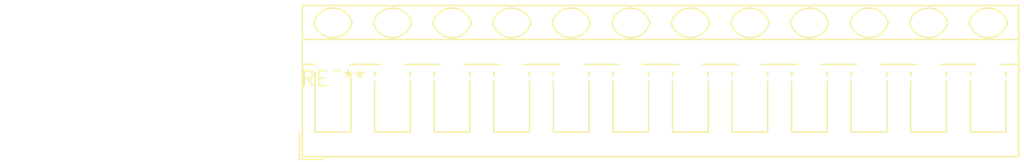
<source format=kicad_pcb>
(kicad_pcb (version 20240108) (generator pcbnew)
  (layers (0 "F.Cu" signal) (31 "B.Cu" signal) (34 "B.Paste" user) (35 "F.Paste" user) (36 "B.SilkS" user "B.Silkscreen") (37 "F.SilkS" user "F.Silkscreen") (38 "B.Mask" user) (39 "F.Mask" user) (44 "Edge.Cuts" user))
  (net 0 "")
  (footprint "TerminalBlock_RND_205-00066_1x12_P5.00mm_45Degree" (layer "F.Cu") (at 0 0)
    (property "Reference" "REF**")
    (property "Value" "TerminalBlock_RND_205-00066_1x12_P5.00mm_45Degree")
    (fp_line (start -2.8 4.56) (end -2.8 6.8) (layer "F.SilkS") (stroke (width 0.12)))
    (fp_line (start -2.8 6.8) (end -0.8 6.8) (layer "F.SilkS") (stroke (width 0.12)))
    (fp_line (start -2.56 -6.16) (end -2.56 6.56) (layer "F.SilkS") (stroke (width 0.12)))
    (fp_line (start -2.56 -6.16) (end 57.56 -6.16) (layer "F.SilkS") (stroke (width 0.12)))
    (fp_line (start -2.56 -3.301) (end 57.56 -3.301) (layer "F.SilkS") (stroke (width 0.12)))
    (fp_line (start -2.56 -1.201) (end -1.49 -1.201) (layer "F.SilkS") (stroke (width 0.12)))
    (fp_line (start -2.56 6.56) (end 57.56 6.56) (layer "F.SilkS") (stroke (width 0.12)))
    (fp_line (start -1.5 -0.5) (end -1.5 4.5) (layer "F.SilkS") (stroke (width 0.12)))
    (fp_line (start -1.5 -0.5) (end -1.49 -0.5) (layer "F.SilkS") (stroke (width 0.12)))
    (fp_line (start -1.5 4.5) (end 1.5 4.5) (layer "F.SilkS") (stroke (width 0.12)))
    (fp_line (start 1.49 -1.201) (end 4 -1.201) (layer "F.SilkS") (stroke (width 0.12)))
    (fp_line (start 1.49 -0.5) (end 1.5 -0.5) (layer "F.SilkS") (stroke (width 0.12)))
    (fp_line (start 1.5 -0.5) (end 1.5 4.5) (layer "F.SilkS") (stroke (width 0.12)))
    (fp_line (start 3.5 -0.5) (end 3.5 -0.202) (layer "F.SilkS") (stroke (width 0.12)))
    (fp_line (start 3.5 -0.5) (end 3.57 -0.5) (layer "F.SilkS") (stroke (width 0.12)))
    (fp_line (start 3.5 0.202) (end 3.5 4.5) (layer "F.SilkS") (stroke (width 0.12)))
    (fp_line (start 3.5 4.5) (end 6.5 4.5) (layer "F.SilkS") (stroke (width 0.12)))
    (fp_line (start 6.001 -1.201) (end 9 -1.201) (layer "F.SilkS") (stroke (width 0.12)))
    (fp_line (start 6.431 -0.5) (end 6.5 -0.5) (layer "F.SilkS") (stroke (width 0.12)))
    (fp_line (start 6.5 -0.5) (end 6.5 -0.202) (layer "F.SilkS") (stroke (width 0.12)))
    (fp_line (start 6.5 0.202) (end 6.5 4.5) (layer "F.SilkS") (stroke (width 0.12)))
    (fp_line (start 8.5 -0.5) (end 8.5 -0.202) (layer "F.SilkS") (stroke (width 0.12)))
    (fp_line (start 8.5 -0.5) (end 8.57 -0.5) (layer "F.SilkS") (stroke (width 0.12)))
    (fp_line (start 8.5 0.202) (end 8.5 4.5) (layer "F.SilkS") (stroke (width 0.12)))
    (fp_line (start 8.5 4.5) (end 11.5 4.5) (layer "F.SilkS") (stroke (width 0.12)))
    (fp_line (start 11.001 -1.201) (end 14 -1.201) (layer "F.SilkS") (stroke (width 0.12)))
    (fp_line (start 11.431 -0.5) (end 11.5 -0.5) (layer "F.SilkS") (stroke (width 0.12)))
    (fp_line (start 11.5 -0.5) (end 11.5 -0.202) (layer "F.SilkS") (stroke (width 0.12)))
    (fp_line (start 11.5 0.202) (end 11.5 4.5) (layer "F.SilkS") (stroke (width 0.12)))
    (fp_line (start 13.5 -0.5) (end 13.5 -0.202) (layer "F.SilkS") (stroke (width 0.12)))
    (fp_line (start 13.5 -0.5) (end 13.57 -0.5) (layer "F.SilkS") (stroke (width 0.12)))
    (fp_line (start 13.5 0.202) (end 13.5 4.5) (layer "F.SilkS") (stroke (width 0.12)))
    (fp_line (start 13.5 4.5) (end 16.5 4.5) (layer "F.SilkS") (stroke (width 0.12)))
    (fp_line (start 16.001 -1.201) (end 19 -1.201) (layer "F.SilkS") (stroke (width 0.12)))
    (fp_line (start 16.431 -0.5) (end 16.5 -0.5) (layer "F.SilkS") (stroke (width 0.12)))
    (fp_line (start 16.5 -0.5) (end 16.5 -0.202) (layer "F.SilkS") (stroke (width 0.12)))
    (fp_line (start 16.5 0.202) (end 16.5 4.5) (layer "F.SilkS") (stroke (width 0.12)))
    (fp_line (start 18.5 -0.5) (end 18.5 -0.202) (layer "F.SilkS") (stroke (width 0.12)))
    (fp_line (start 18.5 -0.5) (end 18.57 -0.5) (layer "F.SilkS") (stroke (width 0.12)))
    (fp_line (start 18.5 0.202) (end 18.5 4.5) (layer "F.SilkS") (stroke (width 0.12)))
    (fp_line (start 18.5 4.5) (end 21.5 4.5) (layer "F.SilkS") (stroke (width 0.12)))
    (fp_line (start 21.001 -1.201) (end 24 -1.201) (layer "F.SilkS") (stroke (width 0.12)))
    (fp_line (start 21.431 -0.5) (end 21.5 -0.5) (layer "F.SilkS") (stroke (width 0.12)))
    (fp_line (start 21.5 -0.5) (end 21.5 -0.202) (layer "F.SilkS") (stroke (width 0.12)))
    (fp_line (start 21.5 0.202) (end 21.5 4.5) (layer "F.SilkS") (stroke (width 0.12)))
    (fp_line (start 23.5 -0.5) (end 23.5 -0.202) (layer "F.SilkS") (stroke (width 0.12)))
    (fp_line (start 23.5 -0.5) (end 23.57 -0.5) (layer "F.SilkS") (stroke (width 0.12)))
    (fp_line (start 23.5 0.202) (end 23.5 4.5) (layer "F.SilkS") (stroke (width 0.12)))
    (fp_line (start 23.5 4.5) (end 26.5 4.5) (layer "F.SilkS") (stroke (width 0.12)))
    (fp_line (start 26.001 -1.201) (end 29 -1.201) (layer "F.SilkS") (stroke (width 0.12)))
    (fp_line (start 26.431 -0.5) (end 26.5 -0.5) (layer "F.SilkS") (stroke (width 0.12)))
    (fp_line (start 26.5 -0.5) (end 26.5 -0.202) (layer "F.SilkS") (stroke (width 0.12)))
    (fp_line (start 26.5 0.202) (end 26.5 4.5) (layer "F.SilkS") (stroke (width 0.12)))
    (fp_line (start 28.5 -0.5) (end 28.5 -0.202) (layer "F.SilkS") (stroke (width 0.12)))
    (fp_line (start 28.5 -0.5) (end 28.57 -0.5) (layer "F.SilkS") (stroke (width 0.12)))
    (fp_line (start 28.5 0.202) (end 28.5 4.5) (layer "F.SilkS") (stroke (width 0.12)))
    (fp_line (start 28.5 4.5) (end 31.5 4.5) (layer "F.SilkS") (stroke (width 0.12)))
    (fp_line (start 31.001 -1.201) (end 34 -1.201) (layer "F.SilkS") (stroke (width 0.12)))
    (fp_line (start 31.431 -0.5) (end 31.5 -0.5) (layer "F.SilkS") (stroke (width 0.12)))
    (fp_line (start 31.5 -0.5) (end 31.5 -0.202) (layer "F.SilkS") (stroke (width 0.12)))
    (fp_line (start 31.5 0.202) (end 31.5 4.5) (layer "F.SilkS") (stroke (width 0.12)))
    (fp_line (start 33.5 -0.5) (end 33.5 -0.202) (layer "F.SilkS") (stroke (width 0.12)))
    (fp_line (start 33.5 -0.5) (end 33.57 -0.5) (layer "F.SilkS") (stroke (width 0.12)))
    (fp_line (start 33.5 0.202) (end 33.5 4.5) (layer "F.SilkS") (stroke (width 0.12)))
    (fp_line (start 33.5 4.5) (end 36.5 4.5) (layer "F.SilkS") (stroke (width 0.12)))
    (fp_line (start 36.001 -1.201) (end 39 -1.201) (layer "F.SilkS") (stroke (width 0.12)))
    (fp_line (start 36.431 -0.5) (end 36.5 -0.5) (layer "F.SilkS") (stroke (width 0.12)))
    (fp_line (start 36.5 -0.5) (end 36.5 -0.202) (layer "F.SilkS") (stroke (width 0.12)))
    (fp_line (start 36.5 0.202) (end 36.5 4.5) (layer "F.SilkS") (stroke (width 0.12)))
    (fp_line (start 38.5 -0.5) (end 38.5 -0.202) (layer "F.SilkS") (stroke (width 0.12)))
    (fp_line (start 38.5 -0.5) (end 38.57 -0.5) (layer "F.SilkS") (stroke (width 0.12)))
    (fp_line (start 38.5 0.202) (end 38.5 4.5) (layer "F.SilkS") (stroke (width 0.12)))
    (fp_line (start 38.5 4.5) (end 41.5 4.5) (layer "F.SilkS") (stroke (width 0.12)))
    (fp_line (start 41.001 -1.201) (end 44 -1.201) (layer "F.SilkS") (stroke (width 0.12)))
    (fp_line (start 41.431 -0.5) (end 41.5 -0.5) (layer "F.SilkS") (stroke (width 0.12)))
    (fp_line (start 41.5 -0.5) (end 41.5 -0.202) (layer "F.SilkS") (stroke (width 0.12)))
    (fp_line (start 41.5 0.202) (end 41.5 4.5) (layer "F.SilkS") (stroke (width 0.12)))
    (fp_line (start 43.5 -0.5) (end 43.5 -0.202) (layer "F.SilkS") (stroke (width 0.12)))
    (fp_line (start 43.5 -0.5) (end 43.57 -0.5) (layer "F.SilkS") (stroke (width 0.12)))
    (fp_line (start 43.5 0.202) (end 43.5 4.5) (layer "F.SilkS") (stroke (width 0.12)))
    (fp_line (start 43.5 4.5) (end 46.5 4.5) (layer "F.SilkS") (stroke (width 0.12)))
    (fp_line (start 46.001 -1.201) (end 49 -1.201) (layer "F.SilkS") (stroke (width 0.12)))
    (fp_line (start 46.431 -0.5) (end 46.5 -0.5) (layer "F.SilkS") (stroke (width 0.12)))
    (fp_line (start 46.5 -0.5) (end 46.5 -0.202) (layer "F.SilkS") (stroke (width 0.12)))
    (fp_line (start 46.5 0.202) (end 46.5 4.5) (layer "F.SilkS") (stroke (width 0.12)))
    (fp_line (start 48.5 -0.5) (end 48.5 -0.202) (layer "F.SilkS") (stroke (width 0.12)))
    (fp_line (start 48.5 -0.5) (end 48.57 -0.5) (layer "F.SilkS") (stroke (width 0.12)))
    (fp_line (start 48.5 0.202) (end 48.5 4.5) (layer "F.SilkS") (stroke (width 0.12)))
    (fp_line (start 48.5 4.5) (end 51.5 4.5) (layer "F.SilkS") (stroke (width 0.12)))
    (fp_line (start 51.001 -1.201) (end 54 -1.201) (layer "F.SilkS") (stroke (width 0.12)))
    (fp_line (start 51.431 -0.5) (end 51.5 -0.5) (layer "F.SilkS") (stroke (width 0.12)))
    (fp_line (start 51.5 -0.5) (end 51.5 -0.202) (layer "F.SilkS") (stroke (width 0.12)))
    (fp_line (start 51.5 0.202) (end 51.5 4.5) (layer "F.SilkS") (stroke (width 0.12)))
    (fp_line (start 53.5 -0.5) (end 53.5 -0.202) (layer "F.SilkS") (stroke (width 0.12)))
    (fp_line (start 53.5 -0.5) (end 53.57 -0.5) (layer "F.SilkS") (stroke (width 0.12)))
    (fp_line (start 53.5 0.202) (end 53.5 4.5) (layer "F.SilkS") (stroke (width 0.12)))
    (fp_line (start 53.5 4.5) (end 56.5 4.5) (layer "F.SilkS") (stroke (width 0.12)))
    (fp_line (start 56.001 -1.201) (end 57.56 -1.201) (layer "F.SilkS") (stroke (width 0.12)))
    (fp_line (start 56.431 -0.5) (end 56.5 -0.5) (layer "F.SilkS") (stroke (width 0.12)))
    (fp_line (start 56.5 -0.5) (end 56.5 -0.202) (layer "F.SilkS") (stroke (width 0.12)))
    (fp_line (start 56.5 0.202) (end 56.5 4.5) (layer "F.SilkS") (stroke (width 0.12)))
    (fp_line (start 57.56 -6.16) (end 57.56 6.56) (layer "F.SilkS") (stroke (width 0.12)))
    (fp_arc (start -1.600914 -4.700344) (mid 0.000177 -5.95097) (end 1.601 -4.7) (layer "F.SilkS") (stroke (width 0.12)))
    (fp_arc (start 1.6 -4.7) (mid -6.4e-05 -3.45) (end -1.600031 -4.700125) (layer "F.SilkS") (stroke (width 0.12)))
    (fp_arc (start 3.399086 -4.700344) (mid 5.000177 -5.95097) (end 6.601 -4.7) (layer "F.SilkS") (stroke (width 0.12)))
    (fp_arc (start 6.6 -4.7) (mid 4.999936 -3.45) (end 3.399969 -4.700125) (layer "F.SilkS") (stroke (width 0.12)))
    (fp_arc (start 8.399086 -4.700344) (mid 10.000177 -5.95097) (end 11.601 -4.7) (layer "F.SilkS") (stroke (width 0.12)))
    (fp_arc (start 11.6 -4.7) (mid 9.999936 -3.45) (end 8.399969 -4.700125) (layer "F.SilkS") (stroke (width 0.12)))
    (fp_arc (start 13.399086 -4.700344) (mid 15.000177 -5.95097) (end 16.601 -4.7) (layer "F.SilkS") (stroke (width 0.12)))
    (fp_arc (start 16.6 -4.7) (mid 14.999936 -3.45) (end 13.399969 -4.700125) (layer "F.SilkS") (stroke (width 0.12)))
    (fp_arc (start 18.399086 -4.700344) (mid 20.000177 -5.95097) (end 21.601 -4.7) (layer "F.SilkS") (stroke (width 0.12)))
    (fp_arc (start 21.6 -4.7) (mid 19.999936 -3.45) (end 18.399969 -4.700125) (layer "F.SilkS") (stroke (width 0.12)))
    (fp_arc (start 23.399086 -4.700344) (mid 25.000177 -5.95097) (end 26.601 -4.7) (layer "F.SilkS") (stroke (width 0.12)))
    (fp_arc (start 26.6 -4.7) (mid 24.999936 -3.45) (end 23.399969 -4.700125) (layer "F.SilkS") (stroke (width 0.12)))
    (fp_arc (start 28.399086 -4.700344) (mid 30.000177 -5.95097) (end 31.601 -4.7) (layer "F.SilkS") (stroke (width 0.12)))
    (fp_arc (start 31.6 -4.7) (mid 29.999936 -3.45) (end 28.399969 -4.700125) (layer "F.SilkS") (stroke (width 0.12)))
    (fp_arc (start 33.399086 -4.700344) (mid 35.000177 -5.95097) (end 36.601 -4.7) (layer "F.SilkS") (stroke (width 0.12)))
    (fp_arc (start 36.6 -4.7) (mid 34.999936 -3.45) (end 33.399969 -4.700125) (layer "F.SilkS") (stroke (width 0.12)))
    (fp_arc (start 38.399086 -4.700344) (mid 40.000177 -5.95097) (end 41.601 -4.7) (layer "F.SilkS") (stroke (width 0.12)))
    (fp_arc (start 41.6 -4.7) (mid 39.999936 -3.45) (end 38.399969 -4.700125) (layer "F.SilkS") (stroke (width 0.12)))
    (fp_arc (start 43.399086 -4.700344) (mid 45.000177 -5.95097) (end 46.601 -4.7) (layer "F.SilkS") (stroke (width 0.12)))
    (fp_arc (start 46.6 -4.7) (mid 44.999936 -3.45) (end 43.399969 -4.700125) (layer "F.SilkS") (stroke (width 0.12)))
    (fp_arc (start 48.399086 -4.700344) (mid 50.000177 -5.95097) (end 51.601 -4.7) (layer "F.SilkS") (stroke (width 0.12)))
    (fp_arc (start 51.6 -4.7) (mid 49.999936 -3.45) (end 48.399969 -4.700125) (layer "F.SilkS") (stroke (width 0.12)))
    (fp_arc (start 53.399086 -4.700344) (mid 55.000177 -5.95097) (end 56.601 -4.7) (layer "F.SilkS") (stroke (width 0.12)))
    (fp_arc (start 56.6 -4.7) (mid 54.999936 -3.45) (end 53.399969 -4.700125) (layer "F.SilkS") (stroke (width 0.12)))
    (pad "1" thru_hole rect (at 0 0) (size 2.5 2.5) (drill 1.3) (layers *.Cu *.Mask) (remove_unused_layers))
    (pad "2" thru_hole circle (at 5 0) (size 2.5 2.5) (drill 1.3) (layers *.Cu *.Mask) (remove_unused_layers))
    (pad "3" thru_hole circle (at 10 0) (size 2.5 2.5) (drill 1.3) (layers *.Cu *.Mask) (remove_unused_layers))
    (pad "4" thru_hole circle (at 15 0) (size 2.5 2.5) (drill 1.3) (layers *.Cu *.Mask) (remove_unused_layers))
    (pad "5" thru_hole circle (at 20 0) (size 2.5 2.5) (drill 1.3) (layers *.Cu *.Mask) (remove_unused_layers))
    (pad "6" thru_hole circle (at 25 0) (size 2.5 2.5) (drill 1.3) (layers *.Cu *.Mask) (remove_unused_layers))
    (pad "7" thru_hole circle (at 30 0) (size 2.5 2.5) (drill 1.3) (layers *.Cu *.Mask) (remove_unused_layers))
    (pad "8" thru_hole circle (at 35 0) (size 2.5 2.5) (drill 1.3) (layers *.Cu *.Mask) (remove_unused_layers))
    (pad "9" thru_hole circle (at 40 0) (size 2.5 2.5) (drill 1.3) (layers *.Cu *.Mask) (remove_unused_layers))
    (pad "10" thru_hole circle (at 45 0) (size 2.5 2.5) (drill 1.3) (layers *.Cu *.Mask) (remove_unused_layers))
    (pad "11" thru_hole circle (at 50 0) (size 2.5 2.5) (drill 1.3) (layers *.Cu *.Mask) (remove_unused_layers))
    (pad "12" thru_hole circle (at 55 0) (size 2.5 2.5) (drill 1.3) (layers *.Cu *.Mask) (remove_unused_layers))
  )
)
</source>
